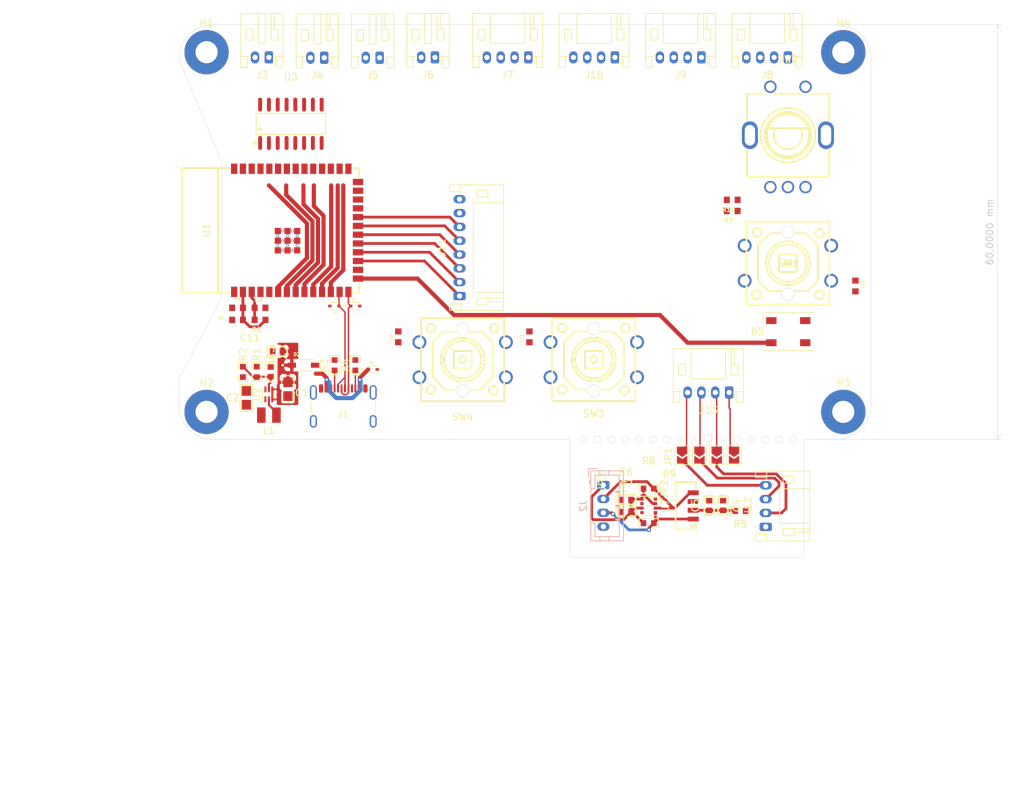
<source format=kicad_pcb>
(kicad_pcb (version 20240108) (generator "pcbnew") (generator_version "8.0")
  (layers (0 "F.Cu" signal) (31 "B.Cu" signal) (34 "B.Paste" user) (35 "F.Paste" user) (36 "B.SilkS" user "B.Silkscreen") (37 "F.SilkS" user "F.Silkscreen") (38 "B.Mask" user) (39 "F.Mask" user) (44 "Edge.Cuts" user))
  (net 0 "")
  (net 1 "+5V")
  (net 2 "SW3")
  (net 3 "+3.3V")
  (net 4 "Net-(U2-FB)")
  (net 5 "Net-(U7-VDD)")
  (net 6 "GND_MODULE")
  (net 7 "SDA_MODULE")
  (net 8 "SCL_MODULE")
  (net 9 "Net-(J1-CC1)")
  (net 10 "Net-(J1-CC2)")
  (net 11 "SW4")
  (net 13 "USB D-ESP32")
  (net 15 "Net-(U1-EN)")
  (net 18 "ENCODER_A")
  (net 19 "3.3V_MODULE")
  (net 20 "Net-(D2-PadA)")
  (net 22 "ENCODER_SW")
  (net 25 "Button RGB LED")
  (net 27 "USB D+ESP32")
  (net 33 "Net-(U1-IO0)")
  (net 36 "Net-(U2-SW)")
  (net 37 "VODA_GND")
  (net 38 "MLHA_GND")
  (net 39 "MLHA_ON{slash}OFF")
  (net 40 "VODA_ON{slash}OFF")
  (net 43 "FREE 5V1A")
  (net 44 "FREE 5V0.5A")
  (net 45 "SCL I2C")
  (net 46 "SDA I2C")
  (net 56 "5V1A GND")
  (net 57 "5V0.5A GND")
  (net 58 "BUSY EPAPER")
  (net 59 "CS EPAPER")
  (net 60 "SCL EPAPER")
  (net 61 "RES EPAPER")
  (net 62 "D{slash}C EPAPER")
  (net 63 "SDA EPAPER")
  (net 64 "ENCODER_B")
  (net 65 "Net-(J13-Pin_2)")
  (net 66 "Net-(J13-Pin_1)")
  (net 67 "Net-(J13-Pin_4)")
  (net 68 "Net-(J13-Pin_3)")
  (footprint "symobls and footprints:TVS_LESD5D5.0CT1G" (layer "F.Cu") (at 130.9725 102.95 180)
    (property "Reference" "D3")
    (property "Value" "LESD5D5.0CT1G")
  )
  (footprint "Connector_USB:USB_C_Receptacle_GCT_USB4105-xx-A_16P_TopMnt_Horizontal" (layer "F.Cu") (at 132.25 118.54)
    (property "Reference" "J1")
    (property "Value" "USB_C_Receptacle_USB2.0_16P")
  )
  (footprint "Connector_JST:JST_PH_S8B-PH-K_1x08_P2.00mm_Horizontal" (layer "F.Cu") (at 149.05 101.5 90)
    (property "Reference" "J11")
    (property "Value" "Conn_01x08_Socket")
  )
  (footprint "easyeda2kicad:R0603" (layer "F.Cu") (at 176.3775 134.3375)
    (property "Reference" "R9")
    (property "Value" "4.7K")
  )
  (footprint "MountingHole:MountingHole_3.2mm_M3_Pad_TopBottom" (layer "F.Cu") (at 204.5 118.25)
    (property "Reference" "H3")
    (property "Value" "MountingHole_Pad" (hide yes))
  )
  (footprint "CL10A105KO8NNNC:CAPC1608X90N" (layer "F.Cu") (at 116.9725 103.2 180)
    (property "Reference" "C9")
    (property "Value" "100nF")
  )
  (footprint "Connector_JST:JST_PH_S2B-PH-K_1x02_P2.00mm_Horizontal" (layer "F.Cu") (at 145.5 67 180)
    (property "Reference" "J6")
    (property "Value" "Conn_01x02_Socket")
  )
  (footprint "CL10A105KO8NNNC:CAPC1608X90N" (layer "F.Cu") (at 206.25 100.05 -90)
    (property "Reference" "C12")
    (property "Value" "100nF")
  )
  (footprint "symobls and footprints:PSON65P250X250X100-8N" (layer "F.Cu") (at 176.3775 131.8375)
    (property "Reference" "U4")
    (property "Value" "BME280")
  )
  (footprint "easyeda2kicad:C0805" (layer "F.Cu") (at 124.25 114.97 90)
    (property "Reference" "C1")
    (property "Value" "GRM21BR71C475KA73L" (hide yes))
  )
  (footprint "Connector_JST:JST_PH_S4B-PH-K_1x04_P2.00mm_Horizontal" (layer "F.Cu") (at 171.5 67 180)
    (property "Reference" "J10")
    (property "Value" "Conn_01x04_Socket")
  )
  (footprint "MountingHole:MountingHole_3.2mm_M3_Pad_TopBottom" (layer "F.Cu") (at 112.5 66.25)
    (property "Reference" "H1")
    (property "Value" "MountingHole_Pad")
  )
  (footprint "easyeda2kicad_:SW-TH_EC11E15244G1" (layer "F.Cu") (at 196.5 78.5)
    (property "Reference" "SW2")
    (property "Value" "EC11E15244G1")
  )
  (footprint "Jumper:SolderJumper-2_P1.3mm_Open_TrianglePad1.0x1.5mm" (layer "F.Cu") (at 181.21125 124.4975 -90)
    (property "Reference" "JP1")
    (property "Value" "SolderJumper_2_Open" (hide yes))
  )
  (footprint "symobls and footprints:TVS_LESD5D5.0CT1G" (layer "F.Cu") (at 136.5 112.115)
    (property "Reference" "D4")
    (property "Value" "LESD5D5.0CT1G")
  )
  (footprint "0603WAF1002T5E:RESC1608X55N" (layer "F.Cu") (at 120.2225 104.95 180)
    (property "Reference" "R6")
    (property "Value" "10Kohm")
  )
  (footprint "easyeda2kicad:SENSOR-SMD_EML7700-TT" (layer "F.Cu") (at 182.81 131.8425 90)
    (property "Reference" "U7")
    (property "Value" "VEML7700-TT" (hide yes))
  )
  (footprint "symobls and footprints:TVS_LESD5D5.0CT1G" (layer "F.Cu") (at 133.9725 102.95)
    (property "Reference" "D1")
    (property "Value" "LESD5D5.0CT1G")
  )
  (footprint "Connector_JST:JST_PH_S2B-PH-K_1x02_P2.00mm_Horizontal" (layer "F.Cu") (at 121.5 67 180)
    (property "Reference" "J3")
    (property "Value" "Conn_01x02_Socket")
  )
  (footprint "Connector_JST:JST_PH_S4B-PH-K_1x04_P2.00mm_Horizontal" (layer "F.Cu") (at 196.5 67 180)
    (property "Reference" "J8")
    (property "Value" "Conn_01x04_Socket")
  )
  (footprint "MountingHole:MountingHole_3.2mm_M3_Pad_TopBottom" (layer "F.Cu") (at 112.5 118.25)
    (property "Reference" "H2")
    (property "Value" "MountingHole_Pad")
  )
  (footprint "easyeda2kicad:C0603" (layer "F.Cu") (at 185.1275 131.7875 -90)
    (property "Reference" "C4")
    (property "Value" "100nF")
  )
  (footprint "easyeda2kicad:SOP-16_L9.9-W3.9-P1.27-LS6.0-BL" (layer "F.Cu") (at 124.6875 76.6)
    (property "Reference" "U3")
    (property "Value" "ULN2003_C18164408")
  )
  (footprint "CL10A105KO8NNNC:CAPC1608X90N" (layer "F.Cu") (at 159.15 107.4 90)
    (property "Reference" "C13")
    (property "Value" "100nF")
  )
  (footprint "Jumper:SolderJumper-2_P1.3mm_Open_TrianglePad1.0x1.5mm" (layer "F.Cu") (at 188.71125 124.4975 -90)
    (property "Reference" "JP4")
    (property "Value" "SolderJumper_2_Open" (hide yes))
  )
  (footprint "Connector_JST:JST_PH_S4B-PH-K_1x04_P2.00mm_Horizontal" (layer "F.Cu") (at 188 115.45 180)
    (property "Reference" "J13")
    (property "Value" "Conn_01x04_Socket")
  )
  (footprint "Connector_JST:JST_PH_S4B-PH-K_1x04_P2.00mm_Horizontal" (layer "F.Cu") (at 193.29 134.8625 90)
    (property "Reference" "J12")
    (property "Value" "Conn_01x04_Socket" (hide yes))
  )
  (footprint "easyeda2kicad:WIFIM-SMD_ESP32-S3-WROOM-1-N8" (layer "F.Cu") (at 125.4325 92 90)
    (property "Reference" "U1")
    (property "Value" "ESP32-S3-WROOM-1-N8")
  )
  (footprint "easyeda2kicad:R0603" (layer "F.Cu") (at 176.3775 129.3375)
    (property "Reference" "R8")
    (property "Value" "4.7K")
  )
  (footprint "easyeda2kicad:C0603" (layer "F.Cu") (at 173.1275 132.7125)
    (property "Reference" "C7")
    (property "Value" "100nF")
  )
  (footprint "CL10A105KO8NNNC:CAPC1608X90N" (layer "F.Cu") (at 140.2 107.4 90)
    (property "Reference" "C14")
    (property "Value" "100nF")
  )
  (footprint "MountingHole:MountingHole_3.2mm_M3_Pad_TopBottom" (layer "F.Cu") (at 204.5 66.25)
    (property "Reference" "H4")
    (property "Value" "MountingHole_Pad")
  )
  (footprint "0603WAF1002T5E:RESC1608X55N" (layer "F.Cu") (at 188.45 89.2 180)
    (property "Reference" "R7")
    (property "Value" "10Kohm")
  )
  (footprint "easyeda2kicad:R0603" (layer "F.Cu") (at 119.75 112.47 90)
    (property "Reference" "R1")
    (property "Value" "ARG03BTC4533")
  )
  (footprint "easyeda2kicad_:KEY-TH_4P-L12.0-W12.0-P5.0-LS12.5-EH" (layer "F.Cu") (at 149.5 110.71)
    (property "Reference" "SW4")
    (property "Value" "SKQEACA010")
  )
  (footprint "easyeda2kicad:C0805" (layer "F.Cu") (at 118.25 116.22 -90)
    (property "Reference" "C2")
    (property "Value" "GRM21BZ71A226ME15L")
  )
  (footprint "easyeda2kicad:C0603" (layer "F.Cu") (at 173.1275 130.9625)
    (property "Reference" "C6")
    (property "Value" "100nF")
  )
  (footprint "easyeda2kicad_:KEY-TH_4P-L12.0-W12.0-P5.0-LS12.5-EH" (layer "F.Cu") (at 196.5 96.75 180)
    (property "Reference" "SW1")
    (property "Value" "SKQEACA010")
  )
  (footprint "easyeda2kicad:R0603" (layer "F.Cu") (at 134 111.5 90)
    (property "Reference" "R4")
    (property "Value" "0603WAF5101T5E")
  )
  (footprint "1N5819HW-7-F:SOD3715X145N" (layer "F.Cu") (at 126.5 111.5)
    (property "Reference" "D2")
    (property "Value" "1N5819HW-7-F")
  )
  (footprint "Connector_JST:JST_PH_S2B-PH-K_1x02_P2.00mm_Horizontal" (layer "F.Cu") (at 129.5 67.05 180)
    (property "Reference" "J4")
    (property "Value" "Conn_01x02_Socket")
  )
  (footprint "Connector_JST:JST_PH_S4B-PH-K_1x04_P2.00mm_Horizontal" (layer "F.Cu") (at 184 67 180)
    (property "Reference" "J9")
    (property "Value" "Conn_01x04_Socket")
  )
  (footprint "CL10A105KO8NNNC:CAPC1608X90N" (layer "F.Cu") (at 116.9725 104.95 180)
    (property "Reference" "C8")
    (property "Value" "10uF")
  )
  (footprint "Jumper:SolderJumper-2_P1.3mm_Open_TrianglePad1.0x1.5mm" (layer "F.Cu") (at 183.71125 124.4975 -90)
    (property "Reference" "JP2")
    (property "Value" "SolderJumper_2_Open" (hide yes))
  )
  (footprint "easyeda2kicad:R0603" (layer "F.Cu") (at 189.6275 132.5875 180)
    (property "Reference" "R5")
    (property "Value" "10ohm")
  )
  (footprint "Connector_JST:JST_PH_S4B-PH-K_1x04_P2.00mm_Horizontal" (layer "F.Cu") (at 159 67 180)
    (property "Reference" "J7")
    (property "Value" "Conn_01x04_Socket")
  )
  (footprint "easyeda2kicad:R0603" (layer "F.Cu") (at 131 111.5 90)
    (property "Reference" "R3")
    (property "Value" "0603WAF5101T5E")
  )
  (footprint "easyeda2kicad_:KEY-TH_4P-L12.0-W12.0-P5.0-LS12.5-EH" (layer "F.Cu") (at 168.45 110.7)
    (property "Reference" "SW3")
    (property "Value" "SKQEACA010")
  )
  (footprint "0603WAF1002T5E:RESC1608X55N" (layer "F.Cu") (at 188.45 87.6 180)
    (property "Reference" "R10")
    (property "Value" "10Kohm")
  )
  (footprint "easyeda2kicad:SOT-5X3-6_L1.6-W1.2-P0.50-LS1.6-BR" (layer "F.Cu") (at 121.5 115.72 -90)
    (property "Reference" "U2")
    (property "Value" "TPS62A01DRLR")
  )
  (footprint "easyeda2kicad:R0603" (layer "F.Cu") (at 117.75 112.47 90)
    (property "Reference" "R2")
    (property "Value" "ARG03BTC1003")
  )
  (footprint "Jumper:SolderJumper-2_P1.3mm_Open_TrianglePad1.0x1.5mm" (layer "F.Cu") (at 186.21125 124.4975 -90)
    (property "Reference" "JP3")
    (property "Value" "SolderJumper_2_Open" (hide yes))
  )
  (footprint "easyeda2kicad:C0603" (layer "F.Cu") (at 122.75 109.5)
    (property "Reference" "C11")
    (property "Value" "10uF")
  )
  (footprint "CL10A105KO8NNNC:CAPC1608X90N" (layer "F.Cu") (at 120.2225 103.2)
    (property "Reference" "C10")
    (property "Value" "1uF")
  )
  (footprint "LED_SMD:LED_SK6812_PLCC4_5.0x5.0mm_P3.2mm" (layer "F.Cu") (at 196.55 106.65 180)
    (property "Reference" "D5")
    (property "Value" "SK6812")
  )
  (footprint "Connector_JST:JST_PH_S2B-PH-K_1x02_P2.00mm_Horizontal" (layer "F.Cu") (at 137.5 67.05 180)
    (property "Reference" "J5")
    (property "Value" "Conn_01x02_Socket")
  )
  (footprint "symobls and footprints:INDC2520X120N" (layer "F.Cu") (at 121.5 118.72)
    (property "Reference" "L1")
    (property "Value" "DFE252012F-1R0M=P2")
  )
  (footprint "easyeda2kicad:C0603" (layer "F.Cu") (at 121.765 112.465 90)
    (property "Reference" "C3")
    (property "Value" "CC0603FRNPO9BN121")
  )
  (footprint "easyeda2kicad:C0603" (layer "F.Cu") (at 187.1275 131.7875 90)
    (property "Reference" "C5")
    (property "Value" "10uF")
  )
  (footprint "Connector_JST:JST_PH_B4B-PH-K_1x04_P2.00mm_Vertical" (layer "B.Cu") (at 169.8275 128.8375 -90)
    (property "Reference" "J2")
    (property "Value" "Conn_01x04_Pin")
  )
  (gr_line (start 198.25 139.25) (end 167.25 139.25) (stroke (width 0.05)) (layer "Edge.Cuts"))
  (gr_line (start 108.5 113.5) (end 108.5 117.25) (stroke (width 0.05)) (layer "Edge.Cuts"))
  (gr_line (start 114.7225 82.2) (end 108.5 67.25) (stroke (width 0.05)) (layer "Edge.Cuts"))
  (gr_circle (center 197.25 122.25) (end 196.75 122.25) (stroke (width 0.05)) (fill none) (layer "Edge.Cuts"))
  (gr_line (start 208.5 107.25) (end 208.5 117.25) (stroke (width 0.05)) (layer "Edge.Cuts"))
  (gr_circle (center 173 122.25) (end 173.5 122.25) (stroke (width 0.05)) (fill none) (layer "Edge.Cuts"))
  (gr_circle (center 187.1 122.25) (end 187.4 122.25) (stroke (width 0.05)) (fill none) (layer "Edge.Cuts"))
  (gr_arc (start 203.5 62.25) (mid 207.035534 63.714466) (end 208.5 67.25) (stroke (width 0.05)) (layer "Edge.Cuts"))
  (gr_line (start 113.5 122.25) (end 115.25 122.25) (stroke (width 0.05)) (layer "Edge.Cuts"))
  (gr_circle (center 177 122.25) (end 177.5 122.25) (stroke (width 0.05)) (fill none) (layer "Edge.Cuts"))
  (gr_circle (center 169 122.25) (end 169.5 122.25) (stroke (width 0.05)) (fill none) (layer "Edge.Cuts"))
  (gr_line (start 108.5 113.5) (end 114.7225 101.7) (stroke (width 0.05)) (layer "Edge.Cuts"))
  (gr_line (start 113.5 62.25) (end 114.5 62.25) (stroke (width 0.05)) (layer "Edge.Cuts"))
  (gr_line (start 203.5 122.25) (end 201.5 122.25) (stroke (width 0.05)) (layer "Edge.Cuts"))
  (gr_line (start 167.25 139.25) (end 165 139.25) (stroke (width 0.05)) (layer "Edge.Cuts"))
  (gr_circle (center 195.25 122.25) (end 194.75 122.25) (stroke (width 0.05)) (fill none) (layer "Edge.Cuts"))
  (gr_line (start 201.5 122.25) (end 198.75 122.25) (stroke (width 0.05)) (layer "Edge.Cuts"))
  (gr_circle (center 191.25 122.25) (end 191.75 122.25) (stroke (width 0.05)) (fill none) (layer "Edge.Cuts"))
  (gr_arc (start 208.5 117.25) (mid 207.035534 120.785534) (end 203.5 122.25) (stroke (width 0.05)) (layer "Edge.Cuts"))
  (gr_circle (center 189.25 122.25) (end 189.75 122.25) (stroke (width 0.05)) (fill none) (layer "Edge.Cuts"))
  (gr_circle (center 193.25 122.25) (end 193.75 122.25) (stroke (width 0.05)) (fill none) (layer "Edge.Cuts"))
  (gr_circle (center 175 122.25) (end 175.5 122.25) (stroke (width 0.05)) (fill none) (layer "Edge.Cuts"))
  (gr_arc (start 113.5 122.25) (mid 109.964466 120.785534) (end 108.5 117.25) (stroke (width 0.05)) (layer "Edge.Cuts"))
  (gr_circle (center 167 122.25) (end 167.5 122.25) (stroke (width 0.05)) (fill none) (layer "Edge.Cuts"))
  (gr_line (start 198.75 139.25) (end 198.75 122.25) (stroke (width 0.05)) (layer "Edge.Cuts"))
  (gr_circle (center 180.85 122.25) (end 181.25 122.25) (stroke (width 0.05)) (fill none) (layer "Edge.Cuts"))
  (gr_arc (start 108.5 67.25) (mid 109.964466 63.714466) (end 113.5 62.25) (stroke (width 0.05)) (layer "Edge.Cuts"))
  (gr_line (start 114.7225 101.7) (end 114.7225 82.2) (stroke (width 0.05)) (layer "Edge.Cuts"))
  (gr_line (start 208.5 67.25) (end 208.5 107.25) (stroke (width 0.05)) (layer "Edge.Cuts"))
  (gr_line (start 165 122.25) (end 115.25 122.25) (stroke (width 0.05)) (layer "Edge.Cuts"))
  (gr_circle (center 179 122.25) (end 178.5 122.25) (stroke (width 0.05)) (fill none) (layer "Edge.Cuts"))
  (gr_line (start 203.5 62.25) (end 114.5 62.25) (stroke (width 0.05)) (layer "Edge.Cuts"))
  (gr_circle (center 185 122) (end 185 121.4) (stroke (width 0.05)) (fill none) (layer "Edge.Cuts"))
  (gr_line (start 198.25 139.25) (end 198.75 139.25) (stroke (width 0.05)) (layer "Edge.Cuts"))
  (gr_line (start 165 122.25) (end 165 139.25) (stroke (width 0.05)) (layer "Edge.Cuts"))
  (gr_circle (center 171 122.25) (end 171.5 122.25) (stroke (width 0.05)) (fill none) (layer "Edge.Cuts"))
  (gr_circle (center 182.85 122.25) (end 183.15 122.25) (stroke (width 0.05)) (fill none) (layer "Edge.Cuts"))
  (dimension (type aligned) (layer "Edge.Cuts") (pts (xy 203.5 62.25) (xy 203.5 122.25)) (height -23.325) (gr_text "60,0000 mm" (at 225.675 92.25 90) (layer "Edge.Cuts") (effects (font (size 1 1) (thickness 0.15)))) (format (prefix "") (suffix "") (units 3) (units_format 1) (precision 4)) (style (thickness 0.05) (arrow_length 1.27) (text_position_mode 0) (extension_height 0.58642) (extension_offset 0.5) keep_text_aligned))
  (segment (start 121.0025 104.98) (end 120.0325 105.95) (width 0.4) (layer "F.Cu") (net 3))
  (segment (start 117.7525 104.95) (end 117.7525 103.2) (width 0.4) (layer "F.Cu") (net 3))
  (segment (start 118.7525 105.95) (end 117.7525 104.95) (width 0.4) (layer "F.Cu") (net 3))
  (segment (start 121.0025 104.95) (end 121.0025 104.98) (width 0.4) (layer "F.Cu") (net 3))
  (segment (start 120.0325 105.95) (end 118.7525 105.95) (width 0.4) (layer "F.Cu") (net 3))
  (segment (start 117.7525 103.2) (end 117.7525 100.9) (width 0.4) (layer "F.Cu") (net 3))
  (segment (start 119.25 113.22) (end 117.75 111.72) (width 0.3) (layer "F.Cu") (net 4))
  (segment (start 119.75 113.22) (end 119.25 113.22) (width 0.3) (layer "F.Cu") (net 4))
  (segment (start 121.765 113.985) (end 121.765 113.165) (width 0.3) (layer "F.Cu") (net 4))
  (segment (start 121.5 114.25) (end 121.765 113.985) (width 0.3) (layer "F.Cu") (net 4))
  (segment (start 121.765 113.165) (end 119.805 113.165) (width 0.3) (layer "F.Cu") (net 4))
  (segment (start 119.805 113.165) (end 119.75 113.22) (width 0.3) (layer "F.Cu") (net 4))
  (segment (start 121.5 115) (end 121.5 114.25) (width 0.3) (layer "F.Cu") (net 4))
  (segment (start 187.1275 132.4875) (end 185.1275 132.4875) (width 0.4) (layer "F.Cu") (net 5))
  (segment (start 187.1275 132.4875) (end 188.7775 132.4875) (width 0.4) (layer "F.Cu") (net 5))
  (segment (start 185.1125 132.4725) (end 185.1275 132.4875) (width 0.4) (layer "F.Cu") (net 5))
  (segment (start 182.81 132.4725) (end 185.1125 132.4725) (width 0.4) (layer "F.Cu") (net 5))
  (segment (start 188.7775 132.4875) (end 188.8775 132.5875) (width 0.4) (layer "F.Cu") (net 5))
  (segment (start 182.81 129.9425) (end 182.36 129.9425) (width 0.4) (layer "F.Cu") (net 7))
  (segment (start 180.14 132.1625) (end 177.3475 132.1625) (width 0.4) (layer "F.Cu") (net 7))
  (segment (start 177.1275 129.3375) (end 179.9525 132.1625) (width 0.4) (layer "F.Cu") (net 7))
  (segment (start 172.3275 128.3375) (end 169.8275 130.8375) (width 0.4) (layer "F.Cu") (net 7))
  (segment (start 195.21125 128.4725) (end 194.56125 127.8225) (width 0.4) (layer "F.Cu") (net 7))
  (segment (start 195.21125 128.9725) (end 195.21125 128.4725) (width 0.4) (layer "F.Cu") (net 7))
  (segment (start 186.31125 127.8225) (end 183.71125 125.2225) (width 0.4) (layer "F.Cu") (net 7))
  (segment (start 193.32125 130.8625) (end 195.21125 128.9725) (width 0.4) (layer "F.Cu") (net 7))
  (segment (start 176.1275 128.3375) (end 172.3275 128.3375) (width 0.4) (layer "F.Cu") (net 7))
  (segment (start 179.9525 132.1625) (end 180.14 132.1625) (width 0.4) (layer "F.Cu") (net 7))
  (segment (start 193.29 130.8625) (end 193.32125 130.8625) (width 0.4) (layer "F.Cu") (net 7))
  (segment (start 177.1275 129.3375) (end 176.1275 128.3375) (width 0.4) (layer "F.Cu") (net 7))
  (segment (start 182.36 129.9425) (end 180.14 132.1625) (width 0.4) (layer "F.Cu") (net 7))
  (segment (start 194.56125 127.8225) (end 186.31125 127.8225) (width 0.4) (layer "F.Cu") (net 7))
  (segment (start 195.57125 132.8625) (end 196.21125 132.2225) (width 0.4) (layer "F.Cu") (net 8))
  (segment (start 176.4025 135.3125) (end 176.4025 135.0625) (width 0.4) (layer "F.Cu") (net 8))
  (segment (start 196.21125 128.623972) (end 194.809778 127.2225) (width 0.4) (layer "F.Cu") (net 8))
  (segment (start 177.3475 132.8125) (end 177.3475 134.1175) (width 0.4) (layer "F.Cu") (net 8))
  (segment (start 193.29 132.8625) (end 195.57125 132.8625) (width 0.4) (layer "F.Cu") (net 8))
  (segment (start 177.3475 134.1175) (end 177.1275 134.3375) (width 0.4) (layer "F.Cu") (net 8))
  (segment (start 171.0525 132.8375) (end 171.2275 133.0125) (width 0.4) (layer "F.Cu") (net 8))
  (segment (start 196.21125 132.2225) (end 196.21125 128.623972) (width 0.4) (layer "F.Cu") (net 8))
  (segment (start 182.81 133.7425) (end 177.7225 133.7425) (width 0.4) (layer "F.Cu") (net 8))
  (segment (start 177.7225 133.7425) (end 177.1275 134.3375) (width 0.4) (layer "F.Cu") (net 8))
  (segment (start 194.809778 127.2225) (end 187.21125 127.2225) (width 0.4) (layer "F.Cu") (net 8))
  (segment (start 169.8275 132.8375) (end 171.0525 132.8375) (width 0.4) (layer "F.Cu") (net 8))
  (segment (start 186.21125 126.2225) (end 186.21125 125.2225) (width 0.4) (layer "F.Cu") (net 8))
  (segment (start 187.21125 127.2225) (end 186.21125 126.2225) (width 0.4) (layer "F.Cu") (net 8))
  (segment (start 176.4025 135.0625) (end 177.1275 134.3375) (width 0.4) (layer "F.Cu") (net 8))
  (via (at 171.2275 133.0125) (size 0.6) (drill 0.3) (layers "F.Cu" "B.Cu") (net 8))
  (via (at 176.4025 135.3125) (size 0.6) (drill 0.3) (layers "F.Cu" "B.Cu") (net 8))
  (segment (start 171.2275 133.0125) (end 173.5275 135.3125) (width 0.4) (layer "B.Cu") (net 8))
  (segment (start 173.5275 135.3125) (end 176.4025 135.3125) (width 0.4) (layer "B.Cu") (net 8))
  (segment (start 131 112.75) (end 131 114.86) (width 0.2) (layer "F.Cu") (net 9))
  (segment (start 134 112.865) (end 134 114.86) (width 0.2) (layer "F.Cu") (net 10))
  (segment (start 131.6325 100.99) (end 131.7225 100.9) (width 0.2) (layer "F.Cu") (net 13))
  (segment (start 131.5 114.86) (end 131.5 114.25259) (width 0.2) (layer "F.Cu") (net 13))
  (segment (start 131.6325 102.95) (end 131.6325 100.99) (width 0.2) (layer "F.Cu") (net 13))
  (segment (start 132.5 103.8175) (end 131.6325 102.95) (width 0.2) (layer "F.Cu") (net 13))
  (segment (start 131.7225 102.86) (end 131.6325 102.95) (width 0.2) (layer "F.Cu") (net 13))
  (segment (start 132.5 113.25259) (end 132.5 113.25) (width 0.2) (layer "F.Cu") (net 13))
  (segment (start 132.5 114.86) (end 132.5 113.25) (width 0.2) (layer "F.Cu") (net 13))
  (segment (start 131.5 114.25259) (end 132.5 113.25259) (width 0.2) (layer "F.Cu") (net 13))
  (segment (start 132.5 113.25) (end 132.5 103.8175) (width 0.2) (layer "F.Cu") (net 13))
  (segment (start 119.4425 104.95) (end 119.4425 103.2) (width 0.4) (layer "F.Cu") (net 15))
  (segment (start 119.0225 101.75) (end 119.0225 100.9) (width 0.4) (layer "F.Cu") (net 15))
  (segment (start 119.4425 102.17) (end 119.0225 101.75) (width 0.4) (layer "F.Cu") (net 15))
  (segment (start 119.4425 103.2) (end 119.4425 102.17) (width 0.4) (layer "F.Cu") (net 15))
  (segment (start 131.45 97.42113) (end 131.45 85.5) (width 0.6) (layer "F.Cu") (net 18))
  (segment (start 129.1825 100.9) (end 129.1825 99.68863) (width 0.6) (layer "F.Cu") (net 18))
  (segment (start 129.1825 99.68863) (end 131.45 97.42113) (width 0.6) (layer "F.Cu") (net 18))
  (segment (start 175.4075 132.1625) (end 174.3775 132.1625) (width 0.4) (layer "F.Cu") (net 19))
  (segment (start 175.6275 130.1675) (end 176.9725 131.5125) (width 0.4) (layer "F.Cu") (net 19))
  (segment (start 184.85125 128.8625) (end 181.21125 125.2225) (width 0.4) (layer "F.Cu") (net 19))
  (segment (start 173.8275 132.7125) (end 173.8275 132.7625) (width 0.4) (layer "F.Cu") (net 19))
  (segment (start 174.3775 132.1625) (end 173.8275 132.7125) (width 0.4) (layer "F.Cu") (net 19))
  (segment (start 173.8275 130.9625) (end 173.8275 132.7125) (width 0.4) (layer "F.Cu") (net 19))
  (segment (start 176.9725 131.5125) (end 177.3475 131.5125) (width 0.4) (layer "F.Cu") (net 19))
  (segment (start 175.4075 130.3875) (end 175.6275 130.1675) (width 0.4) (layer "F.Cu") (net 19))
  (segment (start 168.1275 133.5875) (end 168.1275 130.5375) (width 0.4) (layer "F.Cu") (net 19))
  (segment (start 173.8275 132.7625) (end 172.7525 133.8375) (width 0.4) (layer "F.Cu") (net 19))
  (segment (start 168.1275 130.5375) (end 169.8275 128.8375) (width 0.4) (layer "F.Cu") (net 19))
  (segment (start 174.0025 132.7125) (end 175.6275 134.3375) (width 0.4) (layer "F.Cu") (net 19))
  (segment (start 172.7525 133.8375) (end 168.3775 133.8375) (width 0.4) (layer "F.Cu") (net 19))
  (segment (start 168.3775 133.8375) (end 168.1275 133.5875) (width 0.4) (layer "F.Cu") (net 19))
  (segment (start 175.6275 129.3375) (end 175.6275 130.1675) (width 0.4) (layer "F.Cu") (net 19))
  (segment (start 175.4075 130.8625) (end 175.4075 130.3875) (width 0.4) (layer "F.Cu") (net 19))
  (segment (start 193.29 128.8625) (end 184.85125 128.8625) (width 0.4) (layer "F.Cu") (net 19))
  (segment (start 173.8275 132.7125) (end 174.0025 132.7125) (width 0.4) (layer "F.Cu") (net 19))
  (segment (start 173.8275 130.9625) (end 173.9275 130.8625) (width 0.4) (layer "F.Cu") (net 19))
  (segment (start 173.9275 130.8625) (end 175.4075 130.8625) (width 0.4) (layer "F.Cu") (net 19))
  (segment (start 129.85 113.35) (end 129.225 112.725) (width 0.6) (layer "F.Cu") (net 20))
  (segment (start 129.225 112.725) (end 128.295 112.725) (width 0.6) (layer "F.Cu") (net 20))
  (segment (start 134.65 114.86) (end 134.65 113.625) (width 0.6) (layer "F.Cu") (net 20))
  (segment (start 134.65 113.625) (end 134.65 113.305) (width 0.6) (layer "F.Cu") (net 20))
  (segment (start 129.85 114.86) (end 129.85 113.6) (width 0.6) (layer "F.Cu") (net 20))
  (segment (start 134.65 113.305) (end 135.84 112.115) (width 0.6) (layer "F.Cu") (net 20))
  (segment (start 129.85 113.6) (end 129.85 113.35) (width 0.6) (layer "F.Cu") (net 20))
  (segment (start 129.85 113.6) (end 129.85 114.1) (width 0.6) (layer "F.Cu") (net 20))
  (via (at 129.85 113.6) (size 0.6) (drill 0.3) (layers "F.Cu" "B.Cu") (net 20))
  (via (at 134.65 113.625) (size 0.6) (drill 0.3) (layers "F.Cu" "B.Cu") (net 20))
  (segment (start 131.25 116.25) (end 133.587563 116.25) (width 0.6) (layer "B.Cu") (net 20))
  (segment (start 130.235 115.235) (end 131.25 116.25) (width 0.6) (layer "B.Cu") (net 20))
  (segment (start 134.75 113.725) (end 134.65 113.625) (width 0.6) (layer "B.Cu") (net 20))
  (segment (start 129.85 113.6) (end 130.235 113.985) (width 0.6) (layer "B.Cu") (net 20))
  (segment (start 133.587563 116.25) (end 134.75 115.087563) (width 0.6) (layer "B.Cu") (net 20))
  (segment (start 134.75 115.087563) (end 134.75 113.725) (width 0.6) (layer "B.Cu") (net 20))
  (segment (start 130.235 113.985) (end 130.235 115.235) (width 0.6) (layer "B.Cu") (net 20))
  (segment (start 130.4525 100.9) (end 130.4525 99.55) (width 0.6) (layer "F.Cu") (net 22))
  (segment (start 130.4525 99.55) (end 132.25 97.7525) (width 0.6) (layer "F.Cu") (net 22))
  (segment (start 132.25 97.7525) (end 132.25 85.5) (width 0.6) (layer "F.Cu") (net 22))
  (segment (start 142.98 98.98) (end 148.25 104.25) (width 0.6) (layer "F.Cu") (net 25))
  (segment (start 148.25 104.25) (end 178 104.25) (width 0.6) (layer "F.Cu") (net 25))
  (segment (start 182 108.25) (end 194.1 108.25) (width 0.6) (layer "F.Cu") (net 25))
  (segment (start 134.3825 98.98) (end 142.98 98.98) (width 0.6) (layer "F.Cu") (net 25))
  (segment (start 178 104.25) (end 182 108.25) (width 0.6) (layer "F.Cu") (net 25))
  (segment (start 132.28259 115.75) (end 132.71741 115.75) (width 0.2) (layer "F.Cu") (net 27))
  (segment (start 133.3125 102.95) (end 133 102.6375) (width 0.2) (layer "F.Cu") (net 27))
  (segment (start 133 114.86) (end 133 103.2625) (width 0.2) (layer "F.Cu") (net 27))
  (segment (start 132.71741 115.75) (end 133 115.46741) (width 0.2) (layer "F.Cu") (net 27))
  (segment (start 133 115.46741) (end 133 114.86) (width 0.2) (layer "F.Cu") (net 27))
  (segment (start 133 102.6375) (end 133 102.25) (width 0.2) (layer "F.Cu") (net 27))
  (segment (start 133 102.25) (end 132.9925 102.2425) (width 0.2) (layer "F.Cu") (net 27))
  (segment (start 132 115.46741) (end 132.28259 115.75) (width 0.2) (layer "F.Cu") (net 27))
  (segment (start 132.9925 102.2425) (end 132.9925 100.9) (width 0.2) (layer "F.Cu") (net 27))
  (segment (start 132 114.86) (end 132 115.46741) (width 0.2) (layer "F.Cu") (net 27))
  (segment (start 133 103.2625) (end 133.3125 102.95) (width 0.2) (layer "F.Cu") (net 27))
  (segment (start 133.2225 101.13) (end 132.9925 100.9) (width 0.2) (layer "F.Cu") (net 27))
  (segment (start 122.59 118.34) (end 122.59 118.72) (width 0.3) (layer "F.Cu") (net 36))
  (segment (start 121.5 117.25) (end 122.59 118.34) (width 0.3) (layer "F.Cu") (net 36))
  (segment (start 121.5 116.44) (end 121.5 117.25) (width 0.3) (layer "F.Cu") (net 36))
  (segment (start 124.1025 100.02887) (end 127.8 96.33137) (width 0.6) (layer "F.Cu") (net 39))
  (segment (start 127.8 90.668629) (end 127.565685 90.434314) (width 0.6) (layer "F.Cu") (net 39))
  (segment (start 124.1025 100.9) (end 124.1025 100.02887) (width 0.6) (layer "F.Cu") (net 39))
  (segment (start 127.8 95.66863) (end 127.8 90.668629) (width 0.6) (layer "F.Cu") (net 39))
  (segment (start 124 86.868629) (end 124 85.5) (width 0.6) (layer "F.Cu") (net 39))
  (segment (start 127.8 96.33137) (end 127.8 95.66863) (width 0.6) (layer "F.Cu") (net 39))
  (segment (start 127.565685 90.434314) (end 124 86.868629) (width 0.6) (layer "F.Cu") (net 39))
  (segment (start 127 96) (end 127 91) (width 0.6) (layer "F.Cu") (net 40))
  (segment (start 122.8325 100.1675) (end 127 96) (width 0.6) (layer "F.Cu") (net 40))
  (segment (start 122.8325 100.9) (end 122.8325 100.1675) (width 0.6) (layer "F.Cu") (net 40))
  (segment (start 127 91) (end 121.5 85.5) (width 0.6) (layer "F.Cu") (net 40))
  (segment (start 128.6 90.337259) (end 126.5 88.237259) (width 0.6) (layer "F.Cu") (net 43))
  (segment (start 125.3725 100.9) (end 125.3725 99.89024) (width 0.6) (layer "F.Cu") (net 43))
  (segment (start 128.6 96.66274) (end 128.6 90.337259) (width 0.6) (layer "F.Cu") (net 43))
  (segment (start 126.5 88.237259) (end 126.5 85.5) (width 0.6) (layer "F.Cu") (net 43))
  (segment (start 125.3725 99.89024) (end 128.6 96.66274) (width 0.6) (layer "F.Cu") (net 43))
  (segment (start 128 88.5) (end 128 85.5) (width 0.6) (layer "F.Cu") (net 44))
  (segment (start 126.6425 99.751611) (end 129.4 96.994112) (width 0.6) (layer "F.Cu") (net 44))
  (segment (start 129.4 96.33137) (end 129.4 89.9) (width 0.6) (layer "F.Cu") (net 44))
  (segment (start 126.6425 100.9) (end 126.6425 99.751611) (width 0.6) (layer "F.Cu") (net 44))
  (segment (start 129.4 89.9) (end 128 88.5) (width 0.6) (layer "F.Cu") (net 44))
  (segment (start 129.4 96.994112) (end 129.4 96.33137) (width 0.6) (layer "F.Cu") (net 44))
  (segment (start 147.64 90.09) (end 134.3825 90.09) (width 0.4) (layer "F.Cu") (net 58))
  (segment (start 149.05 91.5) (end 147.64 90.09) (width 0.4) (layer "F.Cu") (net 58))
  (segment (start 149.05 97.5) (end 145.45 93.9) (width 0.4) (layer "F.Cu") (net 59))
  (segment (start 145.45 93.9) (end 134.3825 93.9) (width 0.4) (layer "F.Cu") (net 59))
  (segment (start 144.72 95.17) (end 134.3825 95.17) (width 0.4) (layer "F.Cu") (net 60))
  (segment (start 149.05 99.5) (end 144.72 95.17) (width 0.4) (layer "F.Cu") (net 60))
  (segment (start 146.91 91.36) (end 134.3825 91.36) (width 0.4) (layer "F.Cu") (net 61))
  (segment (start 149.05 93.5) (end 146.91 91.36) (width 0.4) (layer "F.Cu") (net 61))
  (segment (start 149.05 95.5) (end 146.18 92.63) (width 0.4) (layer "F.Cu") (net 62))
  (segment (start 146.18 92.63) (end 134.3825 92.63) (width 0.4) (layer "F.Cu") (net 62))
  (segment (start 149.05 101.5) (end 143.99 96.44) (width 0.4) (layer "F.Cu") (net 63))
  (segment (start 143.99 96.44) (end 134.3825 96.44) (width 0.4) (layer "F.Cu") (net 63))
  (segment (start 127.9125 99.8375) (end 130.25 97.5) (width 0.6) (layer "F.Cu") (net 64))
  (segment (start 130.25 97.5) (end 130.5 97.25) (width 0.6) (layer "F.Cu") (net 64))
  (segment (start 130.5 97.25) (end 130.5 97) (width 0.6) (layer "F.Cu") (net 64))
  (segment (start 130.5 97) (end 130.5 85.5) (width 0.6) (layer "F.Cu") (net 64))
  (segment (start 127.9125 100.9) (end 127.9125 99.8375) (width 0.6) (layer "F.Cu") (net 64))
  (segment (start 186.21125 115.66125) (end 186 115.45) (width 0.4) (layer "F.Cu") (net 65))
  (segment (start 186.2 123.76125) (end 186.2 115.65) (width 0.2) (layer "F.Cu") (net 65))
  (segment (start 186.21125 123.7725) (end 186.2 123.76125) (width 0.2) (layer "F.Cu") (net 65))
  (segment (start 186.2 115.65) (end 186 115.45) (width 0.2) (layer "F.Cu") (net 65))
  (segment (start 188.147544 117.852456) (end 188.15 117.85) (width 0.2) (layer "F.Cu") (net 66))
  (segment (start 188.15 117.85) (end 188 117.7) (width 0.2) (layer "F.Cu") (net 66))
  (segment (start 188.147544 123.208794) (end 188.147544 117.852456) (width 0.2) (layer "F.Cu") (net 66))
  (segment (start 188.71125 123.7725) (end 188.147544 123.208794) (width 0.2) (layer "F.Cu") (net 66))
  (segment (start 188 117.7) (end 188 115.45) (width 0.2) (layer "F.Cu") (net 66))
  (segment (start 181.85155 123.1322) (end 181.85155 115.59845) (width 0.2) (layer "F.Cu") (net 67))
  (segment (start 181.21125 123.7725) (end 181.85155 123.1322) (width 0.2) (layer "F.Cu") (net 67))
  (segment (start 181.85155 115.59845) (end 182 115.45) (width 0.2) (layer "F.Cu") (net 67))
  (segment (start 183.797567 123.686183) (end 183.797567 115.652433) (width 0.2) (layer "F.Cu") (net 68))
  (segment (start 183.71125 123.7725) (end 183.797567 123.686183) (width 0.2) (layer "F.Cu") (net 68))
  (segment (start 183.797567 115.652433) (end 184 115.45) (width 0.2) (layer "F.Cu") (net 68))
  (segment (start 183.71125 115.73875) (end 184 115.45) (width 0.4) (layer "F.Cu") (net 68))
  (zone (net 1) (net_name "+5V") (layer "F.Cu") (name "5V") (connect_pads (clearance 0.2)) (min_thickness 0.3) (fill yes (thermal_gap 0.5) (thermal_bridge_width 0.5))
    (polygon (pts (xy 121.75 114.25) (xy 121.75 117.25) (xy 125.75 117.25) (xy 125.75 108.25) (xy 122.75 108.25) (xy 122.75 114.25)))
  )
)
</source>
